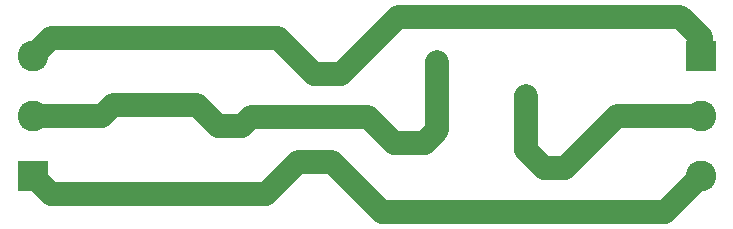
<source format=gbr>
G04 #@! TF.GenerationSoftware,KiCad,Pcbnew,5.1.5+dfsg1-2build2*
G04 #@! TF.CreationDate,2021-09-07T20:14:11-05:00*
G04 #@! TF.ProjectId,INRUSH_CURRENT_LIMITER_SLIM,494e5255-5348-45f4-9355-5252454e545f,rev?*
G04 #@! TF.SameCoordinates,Original*
G04 #@! TF.FileFunction,Copper,L1,Top*
G04 #@! TF.FilePolarity,Positive*
%FSLAX46Y46*%
G04 Gerber Fmt 4.6, Leading zero omitted, Abs format (unit mm)*
G04 Created by KiCad (PCBNEW 5.1.5+dfsg1-2build2) date 2021-09-07 20:14:11*
%MOMM*%
%LPD*%
G04 APERTURE LIST*
%ADD10C,1.800000*%
%ADD11C,2.000000*%
%ADD12C,2.600000*%
%ADD13R,2.600000X2.600000*%
%ADD14C,2.000000*%
G04 APERTURE END LIST*
D10*
X130172000Y-113926000D03*
X131572000Y-106426000D03*
X124800000Y-103371000D03*
X123400000Y-110871000D03*
X117900000Y-109086000D03*
X116500000Y-116586000D03*
X142000000Y-105431000D03*
X149500000Y-108331000D03*
D11*
X141000000Y-112227000D03*
X151000000Y-114427000D03*
D12*
X164300000Y-115080000D03*
X164300000Y-110000000D03*
D13*
X164300000Y-104920000D03*
D12*
X107750000Y-104920000D03*
X107750000Y-110000000D03*
D13*
X107750000Y-115080000D03*
D14*
X109299000Y-103371000D02*
X107750000Y-104920000D01*
X124800000Y-103371000D02*
X109299000Y-103371000D01*
X128517000Y-103371000D02*
X124800000Y-103371000D01*
X131572000Y-106426000D02*
X128517000Y-103371000D01*
X133858000Y-106426000D02*
X131572000Y-106426000D01*
X138684000Y-101600000D02*
X133858000Y-106426000D01*
X162560000Y-101600000D02*
X138684000Y-101600000D01*
X164300000Y-103340000D02*
X162560000Y-101600000D01*
X164300000Y-104920000D02*
X164300000Y-103340000D01*
X117900000Y-109086000D02*
X114561000Y-109086000D01*
X113647000Y-110000000D02*
X107750000Y-110000000D01*
X114561000Y-109086000D02*
X113647000Y-110000000D01*
X121615000Y-109086000D02*
X123400000Y-110871000D01*
X117900000Y-109086000D02*
X121615000Y-109086000D01*
X142000000Y-111227000D02*
X141000000Y-112227000D01*
X142000000Y-105431000D02*
X142000000Y-111227000D01*
X140959000Y-112268000D02*
X141000000Y-112227000D01*
X136144000Y-110109000D02*
X138303000Y-112268000D01*
X126238000Y-110109000D02*
X136144000Y-110109000D01*
X138303000Y-112268000D02*
X140959000Y-112268000D01*
X125476000Y-110871000D02*
X126238000Y-110109000D01*
X123400000Y-110871000D02*
X125476000Y-110871000D01*
X109256000Y-116586000D02*
X107750000Y-115080000D01*
X116500000Y-116586000D02*
X109256000Y-116586000D01*
X127512000Y-116586000D02*
X130172000Y-113926000D01*
X116500000Y-116586000D02*
X127512000Y-116586000D01*
X133103000Y-113926000D02*
X130172000Y-113926000D01*
X137287000Y-118110000D02*
X133103000Y-113926000D01*
X161270000Y-118110000D02*
X137287000Y-118110000D01*
X164300000Y-115080000D02*
X161270000Y-118110000D01*
X149500000Y-112927000D02*
X151000000Y-114427000D01*
X149500000Y-108331000D02*
X149500000Y-112927000D01*
X164300000Y-110000000D02*
X157208000Y-110000000D01*
X152781000Y-114427000D02*
X151000000Y-114427000D01*
X157208000Y-110000000D02*
X152781000Y-114427000D01*
M02*

</source>
